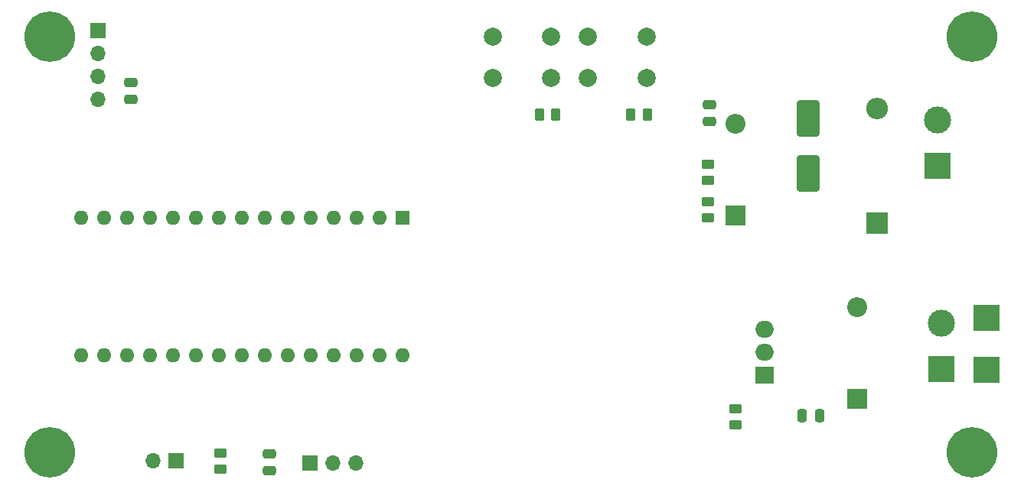
<source format=gbr>
%TF.GenerationSoftware,KiCad,Pcbnew,(6.0.9-0)*%
%TF.CreationDate,2023-03-02T20:06:06+01:00*%
%TF.ProjectId,Dolgoza,446f6c67-6f7a-4612-9e6b-696361645f70,rev?*%
%TF.SameCoordinates,Original*%
%TF.FileFunction,Soldermask,Top*%
%TF.FilePolarity,Negative*%
%FSLAX46Y46*%
G04 Gerber Fmt 4.6, Leading zero omitted, Abs format (unit mm)*
G04 Created by KiCad (PCBNEW (6.0.9-0)) date 2023-03-02 20:06:06*
%MOMM*%
%LPD*%
G01*
G04 APERTURE LIST*
G04 Aperture macros list*
%AMRoundRect*
0 Rectangle with rounded corners*
0 $1 Rounding radius*
0 $2 $3 $4 $5 $6 $7 $8 $9 X,Y pos of 4 corners*
0 Add a 4 corners polygon primitive as box body*
4,1,4,$2,$3,$4,$5,$6,$7,$8,$9,$2,$3,0*
0 Add four circle primitives for the rounded corners*
1,1,$1+$1,$2,$3*
1,1,$1+$1,$4,$5*
1,1,$1+$1,$6,$7*
1,1,$1+$1,$8,$9*
0 Add four rect primitives between the rounded corners*
20,1,$1+$1,$2,$3,$4,$5,0*
20,1,$1+$1,$4,$5,$6,$7,0*
20,1,$1+$1,$6,$7,$8,$9,0*
20,1,$1+$1,$8,$9,$2,$3,0*%
G04 Aperture macros list end*
%ADD10C,2.000000*%
%ADD11R,1.700000X1.700000*%
%ADD12O,1.700000X1.700000*%
%ADD13R,3.000000X3.000000*%
%ADD14RoundRect,0.250000X-0.450000X0.262500X-0.450000X-0.262500X0.450000X-0.262500X0.450000X0.262500X0*%
%ADD15RoundRect,0.250000X0.450000X-0.262500X0.450000X0.262500X-0.450000X0.262500X-0.450000X-0.262500X0*%
%ADD16RoundRect,0.250000X-0.262500X-0.450000X0.262500X-0.450000X0.262500X0.450000X-0.262500X0.450000X0*%
%ADD17R,2.000000X1.905000*%
%ADD18O,2.000000X1.905000*%
%ADD19C,3.000000*%
%ADD20C,5.600000*%
%ADD21O,2.200000X2.200000*%
%ADD22R,2.200000X2.200000*%
%ADD23R,2.400000X2.400000*%
%ADD24O,2.400000X2.400000*%
%ADD25RoundRect,0.250000X-0.475000X0.250000X-0.475000X-0.250000X0.475000X-0.250000X0.475000X0.250000X0*%
%ADD26RoundRect,0.250000X-0.250000X-0.475000X0.250000X-0.475000X0.250000X0.475000X-0.250000X0.475000X0*%
%ADD27RoundRect,0.250000X0.475000X-0.250000X0.475000X0.250000X-0.475000X0.250000X-0.475000X-0.250000X0*%
%ADD28RoundRect,0.250000X-1.000000X1.750000X-1.000000X-1.750000X1.000000X-1.750000X1.000000X1.750000X0*%
%ADD29R,1.600000X1.600000*%
%ADD30O,1.600000X1.600000*%
G04 APERTURE END LIST*
D10*
%TO.C,SW2*%
X131550000Y-60500000D03*
X138050000Y-60500000D03*
X131550000Y-56000000D03*
X138050000Y-56000000D03*
%TD*%
%TO.C,SW1*%
X121000000Y-60500000D03*
X127500000Y-60500000D03*
X121000000Y-56000000D03*
X127500000Y-56000000D03*
%TD*%
D11*
%TO.C,U1*%
X100800000Y-103200000D03*
D12*
X103340000Y-103200000D03*
X105880000Y-103200000D03*
%TD*%
D13*
%TO.C,TP2*%
X175600000Y-87100000D03*
%TD*%
%TO.C,TP1*%
X175600000Y-92900000D03*
%TD*%
D11*
%TO.C,TH1*%
X86000000Y-103000000D03*
D12*
X83460000Y-103000000D03*
%TD*%
D14*
%TO.C,R6*%
X90925000Y-102075000D03*
X90925000Y-103900000D03*
%TD*%
D15*
%TO.C,R5*%
X147900000Y-99012500D03*
X147900000Y-97187500D03*
%TD*%
D16*
%TO.C,R4*%
X136275000Y-64600000D03*
X138100000Y-64600000D03*
%TD*%
%TO.C,R3*%
X126175000Y-64600000D03*
X128000000Y-64600000D03*
%TD*%
D14*
%TO.C,R2*%
X144800000Y-70075000D03*
X144800000Y-71900000D03*
%TD*%
D15*
%TO.C,R1*%
X144800000Y-76052500D03*
X144800000Y-74227500D03*
%TD*%
D17*
%TO.C,Q1*%
X151100000Y-93500000D03*
D18*
X151100000Y-90960000D03*
X151100000Y-88420000D03*
%TD*%
D13*
%TO.C,J3*%
X170600000Y-92840000D03*
D19*
X170600000Y-87760000D03*
%TD*%
D11*
%TO.C,J2*%
X77300000Y-55300000D03*
D12*
X77300000Y-57840000D03*
X77300000Y-60380000D03*
X77300000Y-62920000D03*
%TD*%
D19*
%TO.C,J1*%
X170200000Y-65220000D03*
D13*
X170200000Y-70300000D03*
%TD*%
D20*
%TO.C,H4*%
X72000000Y-102000000D03*
%TD*%
%TO.C,H3*%
X174000000Y-102000000D03*
%TD*%
%TO.C,H2*%
X174000000Y-56000000D03*
%TD*%
%TO.C,H1*%
X72000000Y-56000000D03*
%TD*%
D21*
%TO.C,D3*%
X161300000Y-85920000D03*
D22*
X161300000Y-96080000D03*
%TD*%
%TO.C,D2*%
X147880000Y-75820000D03*
D21*
X147880000Y-65660000D03*
%TD*%
D23*
%TO.C,D1*%
X163500000Y-76600000D03*
D24*
X163500000Y-63900000D03*
%TD*%
D25*
%TO.C,C5*%
X96325000Y-102200000D03*
X96325000Y-104100000D03*
%TD*%
%TO.C,C4*%
X81000000Y-61050000D03*
X81000000Y-62950000D03*
%TD*%
D26*
%TO.C,C3*%
X155250000Y-98000000D03*
X157150000Y-98000000D03*
%TD*%
D27*
%TO.C,C2*%
X145000000Y-65400000D03*
X145000000Y-63500000D03*
%TD*%
D28*
%TO.C,C1*%
X155900000Y-65050000D03*
X155900000Y-71150000D03*
%TD*%
D29*
%TO.C,A1*%
X111000000Y-76000000D03*
D30*
X108460000Y-76000000D03*
X105920000Y-76000000D03*
X103380000Y-76000000D03*
X100840000Y-76000000D03*
X98300000Y-76000000D03*
X95760000Y-76000000D03*
X93220000Y-76000000D03*
X90680000Y-76000000D03*
X88140000Y-76000000D03*
X85600000Y-76000000D03*
X83060000Y-76000000D03*
X80520000Y-76000000D03*
X77980000Y-76000000D03*
X75440000Y-76000000D03*
X75440000Y-91240000D03*
X77980000Y-91240000D03*
X80520000Y-91240000D03*
X83060000Y-91240000D03*
X85600000Y-91240000D03*
X88140000Y-91240000D03*
X90680000Y-91240000D03*
X93220000Y-91240000D03*
X95760000Y-91240000D03*
X98300000Y-91240000D03*
X100840000Y-91240000D03*
X103380000Y-91240000D03*
X105920000Y-91240000D03*
X108460000Y-91240000D03*
X111000000Y-91240000D03*
%TD*%
M02*

</source>
